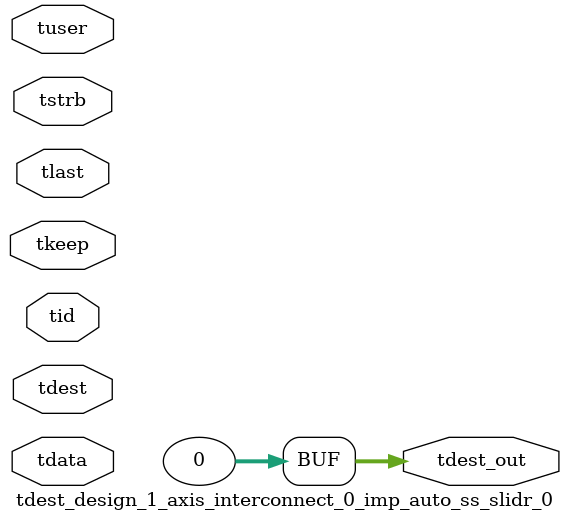
<source format=v>


`timescale 1ps/1ps

module tdest_design_1_axis_interconnect_0_imp_auto_ss_slidr_0 #
(
parameter C_S_AXIS_TDATA_WIDTH = 32,
parameter C_S_AXIS_TUSER_WIDTH = 0,
parameter C_S_AXIS_TID_WIDTH   = 0,
parameter C_S_AXIS_TDEST_WIDTH = 0,
parameter C_M_AXIS_TDEST_WIDTH = 32
)
(
input  [(C_S_AXIS_TDATA_WIDTH == 0 ? 1 : C_S_AXIS_TDATA_WIDTH)-1:0     ] tdata,
input  [(C_S_AXIS_TUSER_WIDTH == 0 ? 1 : C_S_AXIS_TUSER_WIDTH)-1:0     ] tuser,
input  [(C_S_AXIS_TID_WIDTH   == 0 ? 1 : C_S_AXIS_TID_WIDTH)-1:0       ] tid,
input  [(C_S_AXIS_TDEST_WIDTH == 0 ? 1 : C_S_AXIS_TDEST_WIDTH)-1:0     ] tdest,
input  [(C_S_AXIS_TDATA_WIDTH/8)-1:0 ] tkeep,
input  [(C_S_AXIS_TDATA_WIDTH/8)-1:0 ] tstrb,
input                                                                    tlast,
output [C_M_AXIS_TDEST_WIDTH-1:0] tdest_out
);

assign tdest_out = {1'b0};

endmodule


</source>
